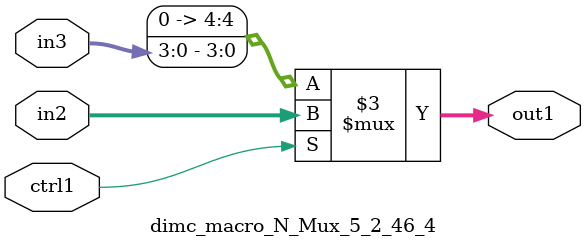
<source format=v>

`timescale 1ps / 1ps


module dimc_macro_N_Mux_5_2_46_4( in3, in2, ctrl1, out1 );

    input [3:0] in3;
    input [4:0] in2;
    input ctrl1;
    output [4:0] out1;
    reg [4:0] out1;

    
    // rtl_process:dimc_macro_N_Mux_5_2_46_4/dimc_macro_N_Mux_5_2_46_4_thread_1
    always @*
      begin : dimc_macro_N_Mux_5_2_46_4_thread_1
        case (ctrl1) 
          1'b1: 
            begin
              out1 = in2;
            end
          default: 
            begin
              out1 = {1'b0, in3};
            end
        endcase
      end

endmodule



</source>
